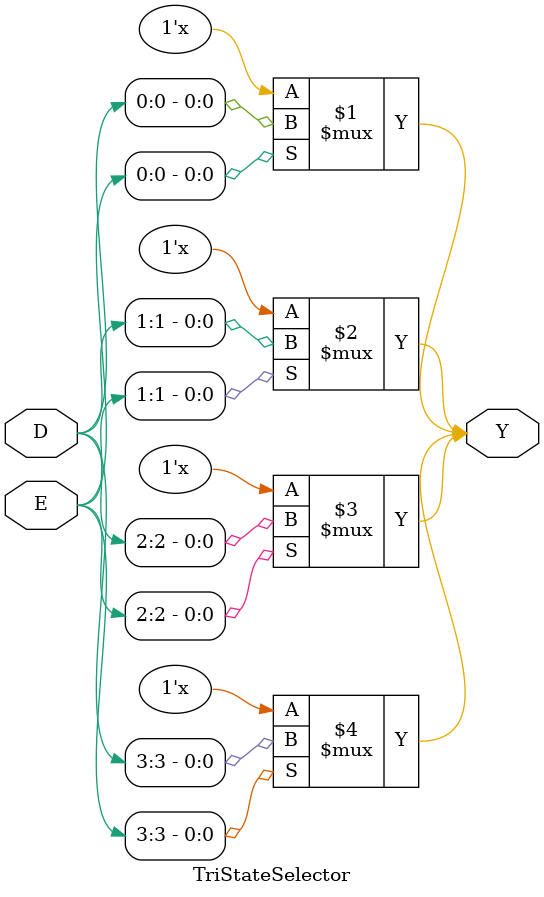
<source format=sv>

module TriStateSelector #(parameter N = 4)
  (input [N-1:0] D, E,
   output Y);
  
  generate
    genvar I;
    for (I=0; I<N; I=I+1) begin: B
      assign Y = E[I] ? D[I] : 1'bz;
    end
  endgenerate
endmodule



</source>
